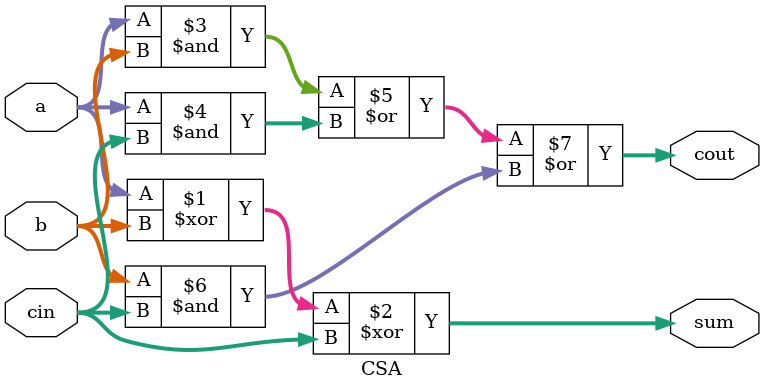
<source format=v>
module CSA(a,b,cin,sum,cout);
	parameter bits = 4;

	input wire [bits-1:0] a;
	input wire [bits-1:0] b;
	input wire [bits-1:0] cin;
	output wire [bits-1:0] sum;
	output wire [bits-1:0] cout;

	assign sum = a^b^cin;
	assign cout = (a&b) | (a&cin) | (b&cin);

endmodule

</source>
